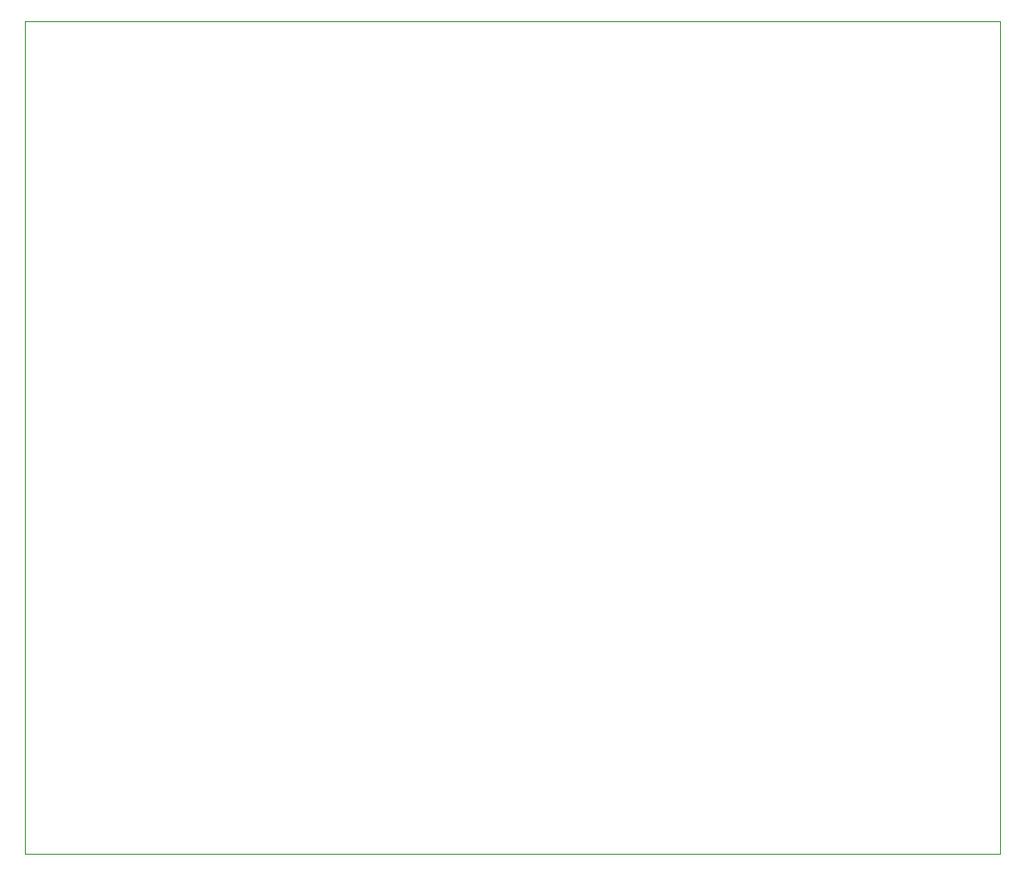
<source format=gbr>
%TF.GenerationSoftware,KiCad,Pcbnew,8.0.5*%
%TF.CreationDate,2024-10-22T17:04:07-05:00*%
%TF.ProjectId,395MainBoard,3339354d-6169-46e4-926f-6172642e6b69,rev?*%
%TF.SameCoordinates,Original*%
%TF.FileFunction,Profile,NP*%
%FSLAX46Y46*%
G04 Gerber Fmt 4.6, Leading zero omitted, Abs format (unit mm)*
G04 Created by KiCad (PCBNEW 8.0.5) date 2024-10-22 17:04:07*
%MOMM*%
%LPD*%
G01*
G04 APERTURE LIST*
%TA.AperFunction,Profile*%
%ADD10C,0.050000*%
%TD*%
G04 APERTURE END LIST*
D10*
X112750000Y-31750000D02*
X202250000Y-31750000D01*
X202250000Y-108250000D01*
X112750000Y-108250000D01*
X112750000Y-31750000D01*
M02*

</source>
